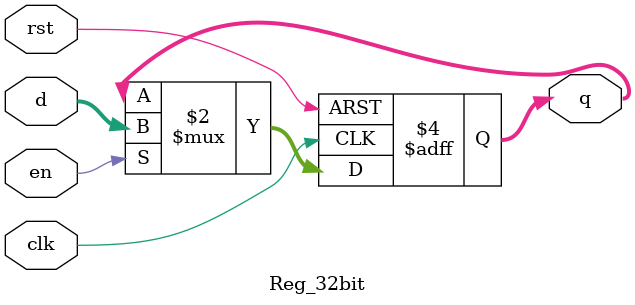
<source format=v>
module Reg_32bit(clk, rst, d, en, q);
input clk;
input rst;
input [31:0] d;
input en;
output reg [31:0] q;
	
	always @(posedge clk or posedge rst) begin
		if (rst) q <= 32'bz;
		else if (en) q <= d;
	end

endmodule 

</source>
